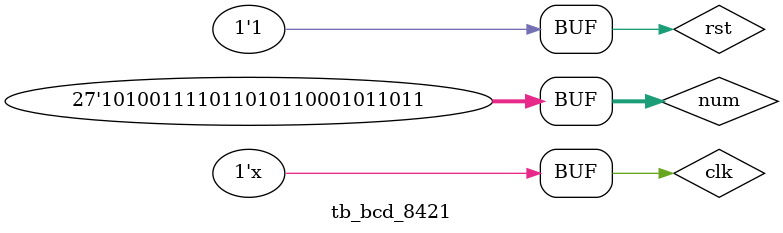
<source format=v>
`timescale 1ns/1ns
module tb_bcd_8421();

reg[26:0]   num;
reg         clk;
reg         rst;
wire        bit_0;
wire        bit_1;
wire        bit_2;
wire        bit_3;
wire        bit_4;
wire        bit_5;
wire        bit_6;
wire        bit_7;


initial begin
  clk <= 0;
  rst <= 0;
  #20
  rst <= 1;
  num <= 27'd87927899;
end

always #10 clk = ~clk;


bcd_8421 bcd_8421_inst
(
  .clk      (clk),
  .rst      (rst),
  .num      (num),
  
  .bit_0    (bit_0),//个位
  .bit_1    (bit_1),//十位
  .bit_2    (bit_2),//百位
  .bit_3    (bit_3),//千位
  .bit_4    (bit_4),//万位
  .bit_5    (bit_5),//十万位
  .bit_6    (bit_6),//百万位
  .bit_7    (bit_7)//千万位
);

endmodule
</source>
